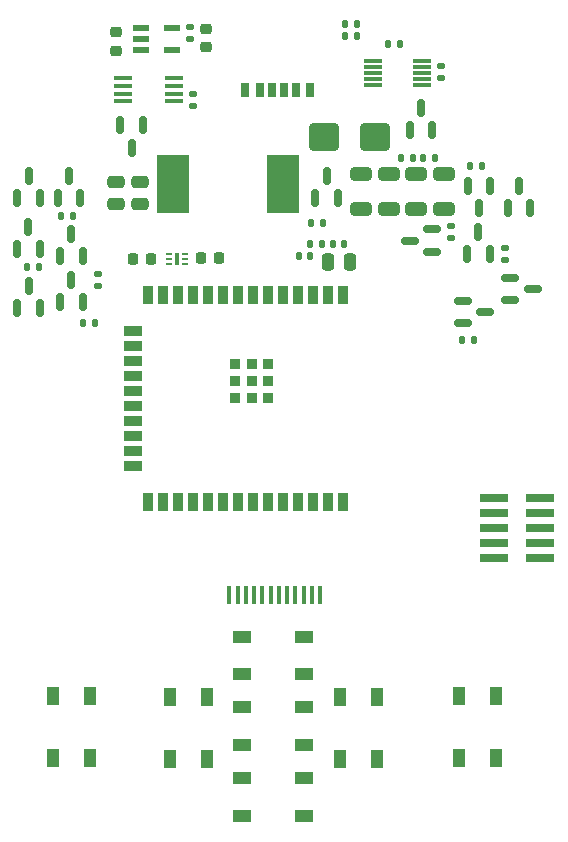
<source format=gbr>
G04 #@! TF.GenerationSoftware,KiCad,Pcbnew,7.0.5*
G04 #@! TF.CreationDate,2023-09-25T09:29:56+01:00*
G04 #@! TF.ProjectId,MaxTENS,4d617854-454e-4532-9e6b-696361645f70,rev?*
G04 #@! TF.SameCoordinates,Original*
G04 #@! TF.FileFunction,Paste,Top*
G04 #@! TF.FilePolarity,Positive*
%FSLAX46Y46*%
G04 Gerber Fmt 4.6, Leading zero omitted, Abs format (unit mm)*
G04 Created by KiCad (PCBNEW 7.0.5) date 2023-09-25 09:29:56*
%MOMM*%
%LPD*%
G01*
G04 APERTURE LIST*
G04 Aperture macros list*
%AMRoundRect*
0 Rectangle with rounded corners*
0 $1 Rounding radius*
0 $2 $3 $4 $5 $6 $7 $8 $9 X,Y pos of 4 corners*
0 Add a 4 corners polygon primitive as box body*
4,1,4,$2,$3,$4,$5,$6,$7,$8,$9,$2,$3,0*
0 Add four circle primitives for the rounded corners*
1,1,$1+$1,$2,$3*
1,1,$1+$1,$4,$5*
1,1,$1+$1,$6,$7*
1,1,$1+$1,$8,$9*
0 Add four rect primitives between the rounded corners*
20,1,$1+$1,$2,$3,$4,$5,0*
20,1,$1+$1,$4,$5,$6,$7,0*
20,1,$1+$1,$6,$7,$8,$9,0*
20,1,$1+$1,$8,$9,$2,$3,0*%
G04 Aperture macros list end*
%ADD10R,2.387600X0.762000*%
%ADD11RoundRect,0.135000X-0.185000X0.135000X-0.185000X-0.135000X0.185000X-0.135000X0.185000X0.135000X0*%
%ADD12RoundRect,0.150000X0.150000X-0.587500X0.150000X0.587500X-0.150000X0.587500X-0.150000X-0.587500X0*%
%ADD13RoundRect,0.135000X0.135000X0.185000X-0.135000X0.185000X-0.135000X-0.185000X0.135000X-0.185000X0*%
%ADD14RoundRect,0.150000X-0.150000X0.587500X-0.150000X-0.587500X0.150000X-0.587500X0.150000X0.587500X0*%
%ADD15RoundRect,0.150000X-0.587500X-0.150000X0.587500X-0.150000X0.587500X0.150000X-0.587500X0.150000X0*%
%ADD16RoundRect,0.135000X-0.135000X-0.185000X0.135000X-0.185000X0.135000X0.185000X-0.135000X0.185000X0*%
%ADD17RoundRect,0.250000X-0.650000X0.325000X-0.650000X-0.325000X0.650000X-0.325000X0.650000X0.325000X0*%
%ADD18R,1.320800X0.508000*%
%ADD19RoundRect,0.140000X-0.170000X0.140000X-0.170000X-0.140000X0.170000X-0.140000X0.170000X0.140000X0*%
%ADD20RoundRect,0.140000X-0.140000X-0.170000X0.140000X-0.170000X0.140000X0.170000X-0.140000X0.170000X0*%
%ADD21R,1.524000X0.330200*%
%ADD22R,1.549400X0.990600*%
%ADD23RoundRect,0.225000X0.250000X-0.225000X0.250000X0.225000X-0.250000X0.225000X-0.250000X-0.225000X0*%
%ADD24RoundRect,0.140000X0.140000X0.170000X-0.140000X0.170000X-0.140000X-0.170000X0.140000X-0.170000X0*%
%ADD25RoundRect,0.135000X0.185000X-0.135000X0.185000X0.135000X-0.185000X0.135000X-0.185000X-0.135000X0*%
%ADD26R,0.990600X1.549400*%
%ADD27R,0.558800X0.177800*%
%ADD28R,0.406400X1.041400*%
%ADD29RoundRect,0.250000X-0.475000X0.250000X-0.475000X-0.250000X0.475000X-0.250000X0.475000X0.250000X0*%
%ADD30R,0.900000X1.500000*%
%ADD31R,1.500000X0.900000*%
%ADD32R,0.900000X0.900000*%
%ADD33RoundRect,0.150000X0.587500X0.150000X-0.587500X0.150000X-0.587500X-0.150000X0.587500X-0.150000X0*%
%ADD34RoundRect,0.250000X1.000000X0.900000X-1.000000X0.900000X-1.000000X-0.900000X1.000000X-0.900000X0*%
%ADD35RoundRect,0.250000X-0.250000X-0.475000X0.250000X-0.475000X0.250000X0.475000X-0.250000X0.475000X0*%
%ADD36R,0.700000X1.200000*%
%ADD37R,0.760000X1.200000*%
%ADD38R,0.800000X1.200000*%
%ADD39RoundRect,0.225000X-0.225000X-0.250000X0.225000X-0.250000X0.225000X0.250000X-0.225000X0.250000X0*%
%ADD40R,1.524000X0.457200*%
%ADD41RoundRect,0.225000X0.225000X0.250000X-0.225000X0.250000X-0.225000X-0.250000X0.225000X-0.250000X0*%
%ADD42R,0.350000X1.600000*%
%ADD43R,2.794000X4.953000*%
G04 APERTURE END LIST*
D10*
G04 #@! TO.C,J5*
X245800002Y-86340000D03*
X241900000Y-86340000D03*
X245800002Y-85070000D03*
X241900000Y-85070000D03*
X245800002Y-83800000D03*
X241900000Y-83800000D03*
X245800002Y-82530000D03*
X241900000Y-82530000D03*
X245800002Y-81260000D03*
X241900000Y-81260000D03*
G04 #@! TD*
D11*
G04 #@! TO.C,R17*
X216160000Y-41390000D03*
X216160000Y-42410000D03*
G04 #@! TD*
D12*
G04 #@! TO.C,Q4*
X201510000Y-55837500D03*
X203410000Y-55837500D03*
X202460000Y-53962500D03*
G04 #@! TD*
D13*
G04 #@! TO.C,R18*
X230310000Y-41100000D03*
X229290000Y-41100000D03*
G04 #@! TD*
D14*
G04 #@! TO.C,Q8*
X241540000Y-54855000D03*
X239640000Y-54855000D03*
X240590000Y-56730000D03*
G04 #@! TD*
D15*
G04 #@! TO.C,Q21*
X239222500Y-64570000D03*
X239222500Y-66470000D03*
X241097500Y-65520000D03*
G04 #@! TD*
D12*
G04 #@! TO.C,Q3*
X234740000Y-50087500D03*
X236640000Y-50087500D03*
X235690000Y-48212500D03*
G04 #@! TD*
D16*
G04 #@! TO.C,R3*
X235880000Y-52510000D03*
X236900000Y-52510000D03*
G04 #@! TD*
D12*
G04 #@! TO.C,Q6*
X201490000Y-60187500D03*
X203390000Y-60187500D03*
X202440000Y-58312500D03*
G04 #@! TD*
G04 #@! TO.C,Q9*
X243040000Y-56707500D03*
X244940000Y-56707500D03*
X243990000Y-54832500D03*
G04 #@! TD*
D17*
G04 #@! TO.C,C4*
X237620000Y-53855000D03*
X237620000Y-56805000D03*
G04 #@! TD*
D18*
G04 #@! TO.C,U3*
X211979600Y-41424999D03*
X211979600Y-42375000D03*
X211979600Y-43325001D03*
X214570400Y-43325001D03*
X214570400Y-41424999D03*
G04 #@! TD*
D16*
G04 #@! TO.C,R4*
X232890000Y-42800000D03*
X233910000Y-42800000D03*
G04 #@! TD*
D17*
G04 #@! TO.C,C12*
X230600000Y-53845000D03*
X230600000Y-56795000D03*
G04 #@! TD*
D19*
G04 #@! TO.C,C5*
X237400000Y-44720000D03*
X237400000Y-45680000D03*
G04 #@! TD*
D20*
G04 #@! TO.C,C6*
X228210000Y-59780000D03*
X229170000Y-59780000D03*
G04 #@! TD*
D13*
G04 #@! TO.C,R1*
X227420000Y-58000000D03*
X226400000Y-58000000D03*
G04 #@! TD*
D21*
G04 #@! TO.C,U2*
X235744700Y-46300001D03*
X235744700Y-45799999D03*
X235744700Y-45300000D03*
X235744700Y-44800001D03*
X235744700Y-44299999D03*
X231655300Y-44299999D03*
X231655300Y-44800001D03*
X231655300Y-45300000D03*
X231655300Y-45799999D03*
X231655300Y-46300001D03*
G04 #@! TD*
D12*
G04 #@! TO.C,Q7*
X239590000Y-60640000D03*
X241490000Y-60640000D03*
X240540000Y-58765000D03*
G04 #@! TD*
D17*
G04 #@! TO.C,C11*
X232950000Y-53850000D03*
X232950000Y-56800000D03*
G04 #@! TD*
D22*
G04 #@! TO.C,S6*
X220574999Y-104990001D03*
X225825001Y-104990001D03*
X220574999Y-108189999D03*
X225825001Y-108189999D03*
G04 #@! TD*
D13*
G04 #@! TO.C,R16*
X227330000Y-59790000D03*
X226310000Y-59790000D03*
G04 #@! TD*
D23*
G04 #@! TO.C,C10*
X209875000Y-43375000D03*
X209875000Y-41825000D03*
G04 #@! TD*
D24*
G04 #@! TO.C,C8*
X226280000Y-60750000D03*
X225320000Y-60750000D03*
G04 #@! TD*
D25*
G04 #@! TO.C,R22*
X208320000Y-63290000D03*
X208320000Y-62270000D03*
G04 #@! TD*
D15*
G04 #@! TO.C,Q19*
X243262500Y-62610000D03*
X243262500Y-64510000D03*
X245137500Y-63560000D03*
G04 #@! TD*
D16*
G04 #@! TO.C,R10*
X239140000Y-67880000D03*
X240160000Y-67880000D03*
G04 #@! TD*
D26*
G04 #@! TO.C,S4*
X231999999Y-98064999D03*
X231999999Y-103315001D03*
X228800001Y-98064999D03*
X228800001Y-103315001D03*
G04 #@! TD*
D27*
G04 #@! TO.C,U4*
X215670000Y-61440000D03*
X215670000Y-61040001D03*
X215670000Y-60640002D03*
X214374600Y-60640002D03*
X214374600Y-61040001D03*
X214374600Y-61440000D03*
D28*
X215022300Y-61040001D03*
G04 #@! TD*
D12*
G04 #@! TO.C,Q17*
X205130000Y-60787500D03*
X207030000Y-60787500D03*
X206080000Y-58912500D03*
G04 #@! TD*
D23*
G04 #@! TO.C,C9*
X217500000Y-43075000D03*
X217500000Y-41525000D03*
G04 #@! TD*
D12*
G04 #@! TO.C,Q16*
X205140000Y-64705000D03*
X207040000Y-64705000D03*
X206090000Y-62830000D03*
G04 #@! TD*
D25*
G04 #@! TO.C,R9*
X238220000Y-59240000D03*
X238220000Y-58220000D03*
G04 #@! TD*
D29*
G04 #@! TO.C,C1*
X209900000Y-54500000D03*
X209900000Y-56400000D03*
G04 #@! TD*
D30*
G04 #@! TO.C,IC1*
X229060000Y-64100000D03*
X227790000Y-64100000D03*
X226520000Y-64100000D03*
X225250000Y-64100000D03*
X223980000Y-64100000D03*
X222710000Y-64100000D03*
X221440000Y-64100000D03*
X220170000Y-64100000D03*
X218900000Y-64100000D03*
X217630000Y-64100000D03*
X216360000Y-64100000D03*
X215090000Y-64100000D03*
X213820000Y-64100000D03*
X212550000Y-64100000D03*
D31*
X211300000Y-67135000D03*
X211300000Y-68405000D03*
X211300000Y-69675000D03*
X211300000Y-70945000D03*
X211300000Y-72215000D03*
X211300000Y-73485000D03*
X211300000Y-74755000D03*
X211300000Y-76025000D03*
X211300000Y-77295000D03*
X211300000Y-78565000D03*
D30*
X212550000Y-81600000D03*
X213820000Y-81600000D03*
X215090000Y-81600000D03*
X216360000Y-81600000D03*
X217630000Y-81600000D03*
X218900000Y-81600000D03*
X220170000Y-81600000D03*
X221440000Y-81600000D03*
X222710000Y-81600000D03*
X223980000Y-81600000D03*
X225250000Y-81600000D03*
X226520000Y-81600000D03*
X227790000Y-81600000D03*
X229060000Y-81600000D03*
D32*
X222740000Y-69950000D03*
X221340000Y-69950000D03*
X219940000Y-69950000D03*
X219940000Y-71350000D03*
X219940000Y-72750000D03*
X221340000Y-72750000D03*
X222740000Y-72750000D03*
X222740000Y-71350000D03*
X221340000Y-71350000D03*
G04 #@! TD*
D16*
G04 #@! TO.C,R21*
X207040000Y-66480000D03*
X208060000Y-66480000D03*
G04 #@! TD*
D25*
G04 #@! TO.C,R7*
X242820000Y-61070000D03*
X242820000Y-60050000D03*
G04 #@! TD*
D16*
G04 #@! TO.C,R6*
X205170000Y-57380000D03*
X206190000Y-57380000D03*
G04 #@! TD*
D33*
G04 #@! TO.C,Q20*
X236597500Y-60420000D03*
X236597500Y-58520000D03*
X234722500Y-59470000D03*
G04 #@! TD*
D22*
G04 #@! TO.C,S3*
X220574999Y-92990001D03*
X225825001Y-92990001D03*
X220574999Y-96189999D03*
X225825001Y-96189999D03*
G04 #@! TD*
D17*
G04 #@! TO.C,C3*
X235250000Y-53850000D03*
X235250000Y-56800000D03*
G04 #@! TD*
D34*
G04 #@! TO.C,D1*
X231800000Y-50700000D03*
X227500000Y-50700000D03*
G04 #@! TD*
D35*
G04 #@! TO.C,C7*
X227800000Y-61290000D03*
X229700000Y-61290000D03*
G04 #@! TD*
D13*
G04 #@! TO.C,R8*
X240820000Y-53180000D03*
X239800000Y-53180000D03*
G04 #@! TD*
D36*
G04 #@! TO.C,J1*
X224050000Y-46680000D03*
D37*
X222030000Y-46680000D03*
D38*
X220800000Y-46680000D03*
D36*
X223050000Y-46680000D03*
D37*
X225070000Y-46680000D03*
D38*
X226300000Y-46680000D03*
G04 #@! TD*
D26*
G04 #@! TO.C,S2*
X238880001Y-103295001D03*
X238880001Y-98044999D03*
X242079999Y-103295001D03*
X242079999Y-98044999D03*
G04 #@! TD*
D39*
G04 #@! TO.C,C14*
X217055000Y-60910000D03*
X218605000Y-60910000D03*
G04 #@! TD*
D11*
G04 #@! TO.C,R5*
X216400000Y-47090000D03*
X216400000Y-48110000D03*
G04 #@! TD*
D14*
G04 #@! TO.C,Q2*
X212130000Y-49710000D03*
X210230000Y-49710000D03*
X211180000Y-51585000D03*
G04 #@! TD*
D12*
G04 #@! TO.C,Q5*
X204950000Y-55847500D03*
X206850000Y-55847500D03*
X205900000Y-53972500D03*
G04 #@! TD*
G04 #@! TO.C,Q18*
X201520000Y-65180000D03*
X203420000Y-65180000D03*
X202470000Y-63305000D03*
G04 #@! TD*
D16*
G04 #@! TO.C,R19*
X229290000Y-42100000D03*
X230310000Y-42100000D03*
G04 #@! TD*
D22*
G04 #@! TO.C,S7*
X220574999Y-98990001D03*
X225825001Y-98990001D03*
X220574999Y-102189999D03*
X225825001Y-102189999D03*
G04 #@! TD*
D40*
G04 #@! TO.C,U1*
X210428300Y-45725001D03*
X210428300Y-46374999D03*
X210428300Y-47025001D03*
X210428300Y-47674999D03*
X214771700Y-47674999D03*
X214771700Y-47025001D03*
X214771700Y-46374999D03*
X214771700Y-45725001D03*
G04 #@! TD*
D41*
G04 #@! TO.C,C13*
X212865000Y-61020000D03*
X211315000Y-61020000D03*
G04 #@! TD*
D29*
G04 #@! TO.C,C2*
X211900000Y-54500000D03*
X211900000Y-56400000D03*
G04 #@! TD*
D42*
G04 #@! TO.C,J4*
X227161500Y-89450000D03*
X226461500Y-89450000D03*
X225761500Y-89450000D03*
X225061500Y-89450000D03*
X224361500Y-89450000D03*
X223661500Y-89450000D03*
X222961500Y-89450000D03*
X222261500Y-89450000D03*
X221561500Y-89450000D03*
X220861500Y-89450000D03*
X220161500Y-89450000D03*
X219461500Y-89450000D03*
G04 #@! TD*
D12*
G04 #@! TO.C,Q1*
X226750000Y-55900000D03*
X228650000Y-55900000D03*
X227700000Y-54025000D03*
G04 #@! TD*
D43*
G04 #@! TO.C,L1*
X214719100Y-54680000D03*
X224040900Y-54680000D03*
G04 #@! TD*
D26*
G04 #@! TO.C,S5*
X214400000Y-103315001D03*
X214400000Y-98064999D03*
X217599998Y-103315001D03*
X217599998Y-98064999D03*
G04 #@! TD*
D16*
G04 #@! TO.C,R2*
X233990000Y-52500000D03*
X235010000Y-52500000D03*
G04 #@! TD*
D26*
G04 #@! TO.C,S1*
X204500001Y-103295001D03*
X204500001Y-98044999D03*
X207699999Y-103295001D03*
X207699999Y-98044999D03*
G04 #@! TD*
D13*
G04 #@! TO.C,R20*
X203320000Y-61740000D03*
X202300000Y-61740000D03*
G04 #@! TD*
M02*

</source>
